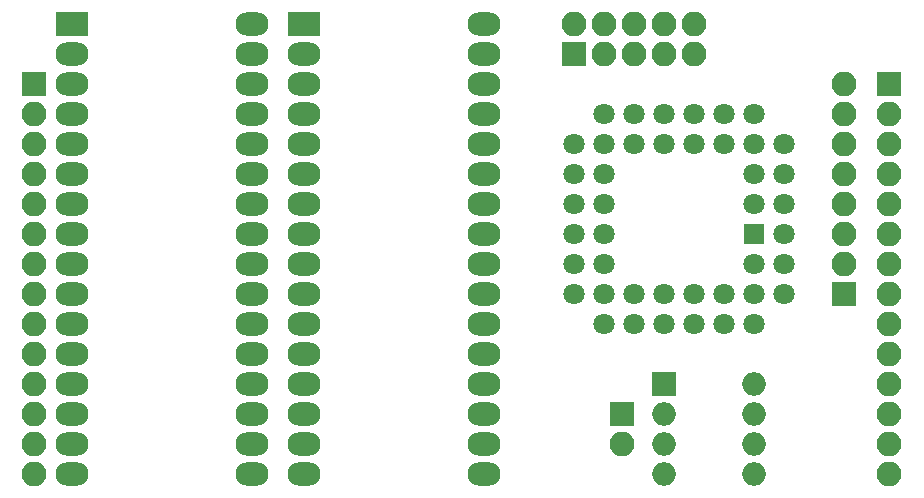
<source format=gbr>
G04 #@! TF.FileFunction,Soldermask,Top*
%FSLAX46Y46*%
G04 Gerber Fmt 4.6, Leading zero omitted, Abs format (unit mm)*
G04 Created by KiCad (PCBNEW 4.0.5+dfsg1-4) date Sat Apr 29 18:46:39 2017*
%MOMM*%
%LPD*%
G01*
G04 APERTURE LIST*
%ADD10C,0.100000*%
%ADD11R,2.800000X2.000000*%
%ADD12O,2.800000X2.000000*%
%ADD13R,1.797000X1.797000*%
%ADD14C,1.797000*%
%ADD15R,2.000000X2.000000*%
%ADD16O,2.000000X2.000000*%
%ADD17R,2.100000X2.100000*%
%ADD18O,2.100000X2.100000*%
G04 APERTURE END LIST*
D10*
D11*
X114935000Y-101600000D03*
D12*
X130175000Y-139700000D03*
X114935000Y-104140000D03*
X130175000Y-137160000D03*
X114935000Y-106680000D03*
X130175000Y-134620000D03*
X114935000Y-109220000D03*
X130175000Y-132080000D03*
X114935000Y-111760000D03*
X130175000Y-129540000D03*
X114935000Y-114300000D03*
X130175000Y-127000000D03*
X114935000Y-116840000D03*
X130175000Y-124460000D03*
X114935000Y-119380000D03*
X130175000Y-121920000D03*
X114935000Y-121920000D03*
X130175000Y-119380000D03*
X114935000Y-124460000D03*
X130175000Y-116840000D03*
X114935000Y-127000000D03*
X130175000Y-114300000D03*
X114935000Y-129540000D03*
X130175000Y-111760000D03*
X114935000Y-132080000D03*
X130175000Y-109220000D03*
X114935000Y-134620000D03*
X130175000Y-106680000D03*
X114935000Y-137160000D03*
X130175000Y-104140000D03*
X114935000Y-139700000D03*
X130175000Y-101600000D03*
D13*
X172720000Y-119380000D03*
D14*
X175260000Y-116840000D03*
X172720000Y-116840000D03*
X175260000Y-114300000D03*
X172720000Y-114300000D03*
X175260000Y-111760000D03*
X172720000Y-109220000D03*
X172720000Y-111760000D03*
X170180000Y-109220000D03*
X170180000Y-111760000D03*
X167640000Y-109220000D03*
X167640000Y-111760000D03*
X165100000Y-109220000D03*
X165100000Y-111760000D03*
X162560000Y-109220000D03*
X162560000Y-111760000D03*
X160020000Y-109220000D03*
X157480000Y-111760000D03*
X160020000Y-111760000D03*
X157480000Y-114300000D03*
X160020000Y-114300000D03*
X157480000Y-116840000D03*
X160020000Y-116840000D03*
X157480000Y-119380000D03*
X160020000Y-119380000D03*
X157480000Y-121920000D03*
X160020000Y-121920000D03*
X157480000Y-124460000D03*
X160020000Y-127000000D03*
X160020000Y-124460000D03*
X162560000Y-127000000D03*
X162560000Y-124460000D03*
X165100000Y-127000000D03*
X165100000Y-124460000D03*
X167640000Y-127000000D03*
X167640000Y-124460000D03*
X170180000Y-127000000D03*
X170180000Y-124460000D03*
X172720000Y-127000000D03*
X175260000Y-124460000D03*
X172720000Y-124460000D03*
X175260000Y-121920000D03*
X172720000Y-121920000D03*
X175260000Y-119380000D03*
D15*
X165100000Y-132080000D03*
D16*
X172720000Y-139700000D03*
X165100000Y-134620000D03*
X172720000Y-137160000D03*
X165100000Y-137160000D03*
X172720000Y-134620000D03*
X165100000Y-139700000D03*
X172720000Y-132080000D03*
D17*
X184150000Y-106680000D03*
D18*
X184150000Y-109220000D03*
X184150000Y-111760000D03*
X184150000Y-114300000D03*
X184150000Y-116840000D03*
X184150000Y-119380000D03*
X184150000Y-121920000D03*
X184150000Y-124460000D03*
X184150000Y-127000000D03*
X184150000Y-129540000D03*
X184150000Y-132080000D03*
X184150000Y-134620000D03*
X184150000Y-137160000D03*
X184150000Y-139700000D03*
D11*
X134620000Y-101600000D03*
D12*
X149860000Y-139700000D03*
X134620000Y-104140000D03*
X149860000Y-137160000D03*
X134620000Y-106680000D03*
X149860000Y-134620000D03*
X134620000Y-109220000D03*
X149860000Y-132080000D03*
X134620000Y-111760000D03*
X149860000Y-129540000D03*
X134620000Y-114300000D03*
X149860000Y-127000000D03*
X134620000Y-116840000D03*
X149860000Y-124460000D03*
X134620000Y-119380000D03*
X149860000Y-121920000D03*
X134620000Y-121920000D03*
X149860000Y-119380000D03*
X134620000Y-124460000D03*
X149860000Y-116840000D03*
X134620000Y-127000000D03*
X149860000Y-114300000D03*
X134620000Y-129540000D03*
X149860000Y-111760000D03*
X134620000Y-132080000D03*
X149860000Y-109220000D03*
X134620000Y-134620000D03*
X149860000Y-106680000D03*
X134620000Y-137160000D03*
X149860000Y-104140000D03*
X134620000Y-139700000D03*
X149860000Y-101600000D03*
D17*
X157480000Y-104140000D03*
D18*
X157480000Y-101600000D03*
X160020000Y-104140000D03*
X160020000Y-101600000D03*
X162560000Y-104140000D03*
X162560000Y-101600000D03*
X165100000Y-104140000D03*
X165100000Y-101600000D03*
X167640000Y-104140000D03*
X167640000Y-101600000D03*
D17*
X161544000Y-134620000D03*
D18*
X161544000Y-137160000D03*
D17*
X111760000Y-106680000D03*
D18*
X111760000Y-109220000D03*
X111760000Y-111760000D03*
X111760000Y-114300000D03*
X111760000Y-116840000D03*
X111760000Y-119380000D03*
X111760000Y-121920000D03*
X111760000Y-124460000D03*
X111760000Y-127000000D03*
X111760000Y-129540000D03*
X111760000Y-132080000D03*
X111760000Y-134620000D03*
X111760000Y-137160000D03*
X111760000Y-139700000D03*
D17*
X180340000Y-124460000D03*
D18*
X180340000Y-121920000D03*
X180340000Y-119380000D03*
X180340000Y-116840000D03*
X180340000Y-114300000D03*
X180340000Y-111760000D03*
X180340000Y-109220000D03*
X180340000Y-106680000D03*
M02*

</source>
